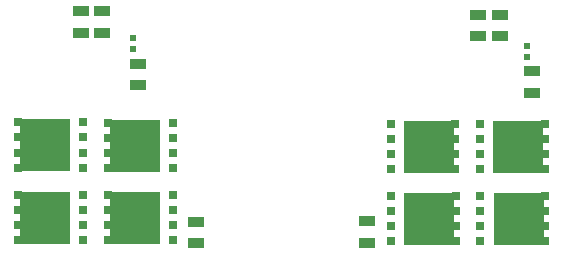
<source format=gbp>
G04 #@! TF.GenerationSoftware,KiCad,Pcbnew,(5.0.0)*
G04 #@! TF.CreationDate,2018-12-05T00:13:44-06:00*
G04 #@! TF.ProjectId,0002-ATX,303030322D4154582E6B696361645F70,0000*
G04 #@! TF.SameCoordinates,Original*
G04 #@! TF.FileFunction,Paste,Bot*
G04 #@! TF.FilePolarity,Positive*
%FSLAX46Y46*%
G04 Gerber Fmt 4.6, Leading zero omitted, Abs format (unit mm)*
G04 Created by KiCad (PCBNEW (5.0.0)) date 12/05/18 00:13:44*
%MOMM*%
%LPD*%
G01*
G04 APERTURE LIST*
%ADD10R,0.800000X0.700000*%
%ADD11R,4.290000X4.500000*%
%ADD12R,1.600000X1.550000*%
%ADD13R,1.200000X1.550000*%
%ADD14R,1.350000X0.850000*%
%ADD15R,0.550000X0.490000*%
G04 APERTURE END LIST*
D10*
G04 #@! TO.C,Q1*
X135465000Y-107564000D03*
X135465000Y-108834000D03*
X135465000Y-110114000D03*
X135465000Y-111384000D03*
X129965000Y-111384000D03*
X129965000Y-110114000D03*
X129965000Y-108834000D03*
X129965000Y-107564000D03*
D11*
X132215000Y-109474000D03*
D12*
X131465000Y-108384000D03*
X131465000Y-110564000D03*
D13*
X133465000Y-108384000D03*
X133465000Y-110564000D03*
G04 #@! TD*
G04 #@! TO.C,Q6*
X133477000Y-116713000D03*
X133477000Y-114533000D03*
D12*
X131477000Y-116713000D03*
X131477000Y-114533000D03*
D11*
X132227000Y-115623000D03*
D10*
X129977000Y-113713000D03*
X129977000Y-114983000D03*
X129977000Y-116263000D03*
X129977000Y-117533000D03*
X135477000Y-117533000D03*
X135477000Y-116263000D03*
X135477000Y-114983000D03*
X135477000Y-113713000D03*
G04 #@! TD*
D13*
G04 #@! TO.C,Q9*
X163494000Y-108508000D03*
X163494000Y-110688000D03*
D12*
X165494000Y-108508000D03*
X165494000Y-110688000D03*
D11*
X164744000Y-109598000D03*
D10*
X166994000Y-111508000D03*
X166994000Y-110238000D03*
X166994000Y-108958000D03*
X166994000Y-107688000D03*
X161494000Y-107688000D03*
X161494000Y-108958000D03*
X161494000Y-110238000D03*
X161494000Y-111508000D03*
G04 #@! TD*
D14*
G04 #@! TO.C,C7*
X145034000Y-115951000D03*
X145034000Y-117761000D03*
G04 #@! TD*
D15*
G04 #@! TO.C,C12*
X139700000Y-100427000D03*
X139700000Y-101377000D03*
G04 #@! TD*
D14*
G04 #@! TO.C,C13*
X137033000Y-99965000D03*
X137033000Y-98155000D03*
G04 #@! TD*
G04 #@! TO.C,C14*
X135255000Y-98155000D03*
X135255000Y-99965000D03*
G04 #@! TD*
G04 #@! TO.C,C23*
X170751000Y-100282000D03*
X170751000Y-98472000D03*
G04 #@! TD*
G04 #@! TO.C,C24*
X168910000Y-100282000D03*
X168910000Y-98472000D03*
G04 #@! TD*
D13*
G04 #@! TO.C,Q3*
X171081000Y-114607000D03*
X171081000Y-116787000D03*
D12*
X173081000Y-114607000D03*
X173081000Y-116787000D03*
D11*
X172331000Y-115697000D03*
D10*
X174581000Y-117607000D03*
X174581000Y-116337000D03*
X174581000Y-115057000D03*
X174581000Y-113787000D03*
X169081000Y-113787000D03*
X169081000Y-115057000D03*
X169081000Y-116337000D03*
X169081000Y-117607000D03*
G04 #@! TD*
G04 #@! TO.C,Q4*
X161502000Y-117604000D03*
X161502000Y-116334000D03*
X161502000Y-115054000D03*
X161502000Y-113784000D03*
X167002000Y-113784000D03*
X167002000Y-115054000D03*
X167002000Y-116334000D03*
X167002000Y-117604000D03*
D11*
X164752000Y-115694000D03*
D12*
X165502000Y-116784000D03*
X165502000Y-114604000D03*
D13*
X163502000Y-116784000D03*
X163502000Y-114604000D03*
G04 #@! TD*
D14*
G04 #@! TO.C,R14*
X173482000Y-103235000D03*
X173482000Y-105045000D03*
G04 #@! TD*
D13*
G04 #@! TO.C,Q2*
X141085000Y-110638000D03*
X141085000Y-108458000D03*
D12*
X139085000Y-110638000D03*
X139085000Y-108458000D03*
D11*
X139835000Y-109548000D03*
D10*
X137585000Y-107638000D03*
X137585000Y-108908000D03*
X137585000Y-110188000D03*
X137585000Y-111458000D03*
X143085000Y-111458000D03*
X143085000Y-110188000D03*
X143085000Y-108908000D03*
X143085000Y-107638000D03*
G04 #@! TD*
G04 #@! TO.C,Q7*
X143085000Y-113723000D03*
X143085000Y-114993000D03*
X143085000Y-116273000D03*
X143085000Y-117543000D03*
X137585000Y-117543000D03*
X137585000Y-116273000D03*
X137585000Y-114993000D03*
X137585000Y-113723000D03*
D11*
X139835000Y-115633000D03*
D12*
X139085000Y-114543000D03*
X139085000Y-116723000D03*
D13*
X141085000Y-114543000D03*
X141085000Y-116723000D03*
G04 #@! TD*
D10*
G04 #@! TO.C,Q8*
X169050000Y-111508000D03*
X169050000Y-110238000D03*
X169050000Y-108958000D03*
X169050000Y-107688000D03*
X174550000Y-107688000D03*
X174550000Y-108958000D03*
X174550000Y-110238000D03*
X174550000Y-111508000D03*
D11*
X172300000Y-109598000D03*
D12*
X173050000Y-110688000D03*
X173050000Y-108508000D03*
D13*
X171050000Y-110688000D03*
X171050000Y-108508000D03*
G04 #@! TD*
D14*
G04 #@! TO.C,R8*
X140144000Y-102584000D03*
X140144000Y-104394000D03*
G04 #@! TD*
G04 #@! TO.C,C17*
X159512000Y-117729000D03*
X159512000Y-115919000D03*
G04 #@! TD*
D15*
G04 #@! TO.C,C22*
X173038000Y-101094000D03*
X173038000Y-102044000D03*
G04 #@! TD*
M02*

</source>
